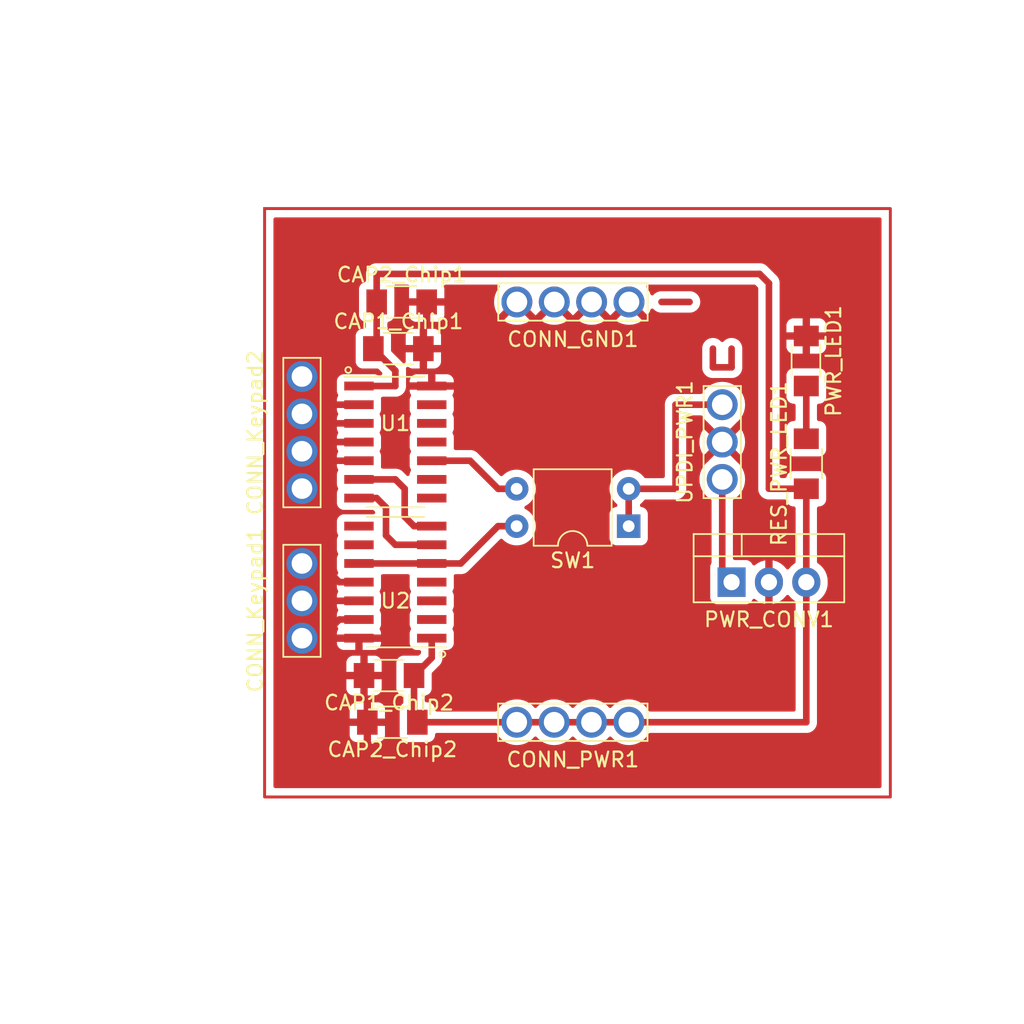
<source format=kicad_pcb>
(kicad_pcb (version 20221018) (generator pcbnew)
  (layers (0 "F.Cu" signal) (31 "B.Cu" signal) (34 "B.Paste" user) (35 "F.Paste" user) (36 "B.SilkS" user "B.Silkscreen") (37 "F.SilkS" user "F.Silkscreen") (38 "B.Mask" user) (39 "F.Mask" user) (44 "Edge.Cuts" user))
  (net 0 "")
  (net 1 "PWR_5V")
  (net 2 "PWR_GND")
  (net 3 "Net-(PWR_LED1-A)")
  (net 4 "UPDI")
  (net 5 "PWR_9V")
  (net 6 "Net-(CONN_Keypad1-Pin_2)")
  (net 7 "Net-(CONN_Keypad1-Pin_3)")
  (net 8 "Net-(CONN_Keypad1-Pin_1)")
  (net 9 "Net-(CONN_Keypad2-Pin_2)")
  (net 10 "Net-(U1-PB3{slash}RXD)")
  (net 11 "Net-(U1-PB2{slash}TXD)")
  (net 14 "UPDI_1")
  (net 21 "Net-(CONN_Keypad2-Pin_3)")
  (net 24 "UPDI_2")
  (net 25 "Net-(CONN_Keypad2-Pin_4)")
  (net 26 "Net-(CONN_Keypad2-Pin_1)")
  (footprint "fab:PinHeader_1x04_P2.54mm_Vertical_THT_D1.4mm" (layer "F.Cu") (at 170.825 59.9 90)
    (fp_text reference "CONN_GND1" (at -2.54 3.8 180) (layer "F.SilkS"))
    (fp_text value "Conn_PinHeader_1x04_P2.54mm_Vertical_THT_D1.4mm")
    (fp_line (start -1.27 -1.27) (end -1.27 8.89) (stroke (width 0.12)) (layer "F.SilkS"))
    (fp_line (start -1.27 -1.27) (end 1.27 -1.27) (stroke (width 0.12)) (layer "F.SilkS"))
    (fp_line (start -1.27 8.89) (end 1.27 8.89) (stroke (width 0.12)) (layer "F.SilkS"))
    (fp_line (start 1.27 -1.27) (end 1.27 8.89) (stroke (width 0.12)) (layer "F.SilkS"))
    (pad "1" thru_hole circle (at 0 0 90) (size 2.1 2.1) (drill 1.4) (layers "*.Cu" "*.Mask") (net 2 "PWR_GND"))
    (pad "2" thru_hole circle (at 0 2.54 90) (size 2.1 2.1) (drill 1.4) (layers "*.Cu" "*.Mask") (net 2 "PWR_GND"))
    (pad "3" thru_hole circle (at 0 5.08 90) (size 2.1 2.1) (drill 1.4) (layers "*.Cu" "*.Mask") (net 2 "PWR_GND"))
    (pad "4" thru_hole circle (at 0 7.62 90) (size 2.1 2.1) (drill 1.4) (layers "*.Cu" "*.Mask") (net 2 "PWR_GND"))
  )
  (footprint "Package_TO_SOT_THT:TO-220-3_Vertical" (layer "F.Cu") (at 185.42 78.95)
    (fp_text reference "PWR_CONV1" (at 2.54 2.54 180) (layer "F.SilkS"))
    (fp_text value "LM7805")
    (fp_line (start -2.58 -3.27) (end -2.58 1.371) (stroke (width 0.12)) (layer "F.SilkS"))
    (fp_line (start -2.58 -3.27) (end 7.66 -3.27) (stroke (width 0.12)) (layer "F.SilkS"))
    (fp_line (start -2.58 -1.76) (end 7.66 -1.76) (stroke (width 0.12)) (layer "F.SilkS"))
    (fp_line (start -2.58 1.371) (end 7.66 1.371) (stroke (width 0.12)) (layer "F.SilkS"))
    (fp_line (start 0.69 -3.27) (end 0.69 -1.76) (stroke (width 0.12)) (layer "F.SilkS"))
    (fp_line (start 4.391 -3.27) (end 4.391 -1.76) (stroke (width 0.12)) (layer "F.SilkS"))
    (fp_line (start 7.66 -3.27) (end 7.66 1.371) (stroke (width 0.12)) (layer "F.SilkS"))
    (pad "1" thru_hole rect (at 0 0) (size 1.905 2) (drill 1.1) (layers "*.Cu" "*.Mask") (net 5 "PWR_9V"))
    (pad "2" thru_hole oval (at 2.54 0) (size 1.905 2) (drill 1.1) (layers "*.Cu" "*.Mask") (net 2 "PWR_GND"))
    (pad "3" thru_hole oval (at 5.08 0) (size 1.905 2) (drill 1.1) (layers "*.Cu" "*.Mask") (net 1 "PWR_5V"))
  )
  (footprint "fab:R_1206" (layer "F.Cu") (at 190.5 70.9 90)
    (fp_text reference "RES_PWR_LED1" (at 0 -1.85 90) (layer "F.SilkS"))
    (fp_text value "499 Ohm")
    (fp_line (start -1 -1.07) (end 1 -1.07) (stroke (width 0.12)) (layer "F.SilkS"))
    (fp_line (start 1 1.07) (end -1 1.07) (stroke (width 0.12)) (layer "F.SilkS"))
    (pad "1" smd rect (at -1.7 0 90) (size 1.4 1.7) (layers "F.Cu" "F.Paste" "F.Mask") (net 1 "PWR_5V"))
    (pad "2" smd rect (at 1.7 0 90) (size 1.4 1.7) (layers "F.Cu" "F.Paste" "F.Mask") (net 3 "Net-(PWR_LED1-A)"))
  )
  (footprint "fab:LED_1206" (layer "F.Cu") (at 190.5 63.915 -90)
    (fp_text reference "PWR_LED1" (at 0 -1.85 90) (layer "F.SilkS"))
    (fp_text value "CLR_Green")
    (fp_line (start -1.1 -0.95) (end 1.1 -0.95) (stroke (width 0.12)) (layer "F.SilkS"))
    (fp_line (start -1.1 1) (end 1.1 1) (stroke (width 0.12)) (layer "F.SilkS"))
    (pad "1" smd rect (at -1.7 0 270) (size 1.4 1.7) (layers "F.Cu" "F.Paste" "F.Mask") (net 2 "PWR_GND"))
    (pad "2" smd rect (at 1.7 0 270) (size 1.4 1.7) (layers "F.Cu" "F.Paste" "F.Mask") (net 3 "Net-(PWR_LED1-A)"))
  )
  (footprint "fab:C_1206" (layer "F.Cu") (at 162.355 88.475 180)
    (fp_text reference "CAP2_Chip2" (at 0 -1.85) (layer "F.SilkS"))
    (fp_text value "1 nF")
    (fp_line (start -1 -1.07) (end 1 -1.07) (stroke (width 0.12)) (layer "F.SilkS"))
    (fp_line (start 1 1.07) (end -1 1.07) (stroke (width 0.12)) (layer "F.SilkS"))
    (pad "1" smd rect (at -1.7 0 180) (size 1.4 1.7) (layers "F.Cu" "F.Paste" "F.Mask") (net 1 "PWR_5V"))
    (pad "2" smd rect (at 1.7 0 180) (size 1.4 1.7) (layers "F.Cu" "F.Paste" "F.Mask") (net 2 "PWR_GND"))
  )
  (footprint "fab:PinHeader_1x03_P2.54mm_Vertical_THT_D1.4mm" (layer "F.Cu") (at 156.21 82.76 180)
    (fp_text reference "CONN_Keypad1" (at 3.175 1.905 270) (layer "F.SilkS"))
    (fp_text value "Conn_PinHeader_1x03_P2.54mm_Vertical_THT_D1.4mm")
    (fp_line (start -1.27 -1.27) (end -1.27 6.35) (stroke (width 0.12)) (layer "F.SilkS"))
    (fp_line (start -1.27 -1.27) (end 1.27 -1.27) (stroke (width 0.12)) (layer "F.SilkS"))
    (fp_line (start -1.27 6.35) (end 1.27 6.35) (stroke (width 0.12)) (layer "F.SilkS"))
    (fp_line (start 1.27 -1.27) (end 1.27 6.35) (stroke (width 0.12)) (layer "F.SilkS"))
    (pad "1" thru_hole circle (at 0 0 180) (size 2.1 2.1) (drill 1.4) (layers "*.Cu" "*.Mask") (net 8 "Net-(CONN_Keypad1-Pin_1)"))
    (pad "2" thru_hole circle (at 0 2.54 180) (size 2.1 2.1) (drill 1.4) (layers "*.Cu" "*.Mask") (net 6 "Net-(CONN_Keypad1-Pin_2)"))
    (pad "3" thru_hole circle (at 0 5.08 180) (size 2.1 2.1) (drill 1.4) (layers "*.Cu" "*.Mask") (net 7 "Net-(CONN_Keypad1-Pin_3)"))
  )
  (footprint "fab:PinHeader_1x04_P2.54mm_Vertical_THT_D1.4mm" (layer "F.Cu") (at 156.21 72.59 180)
    (fp_text reference "CONN_Keypad2" (at 3.175 3.8 90) (layer "F.SilkS"))
    (fp_text value "Conn_PinHeader_1x04_P2.54mm_Vertical_THT_D1.4mm")
    (fp_line (start -1.27 -1.27) (end -1.27 8.89) (stroke (width 0.12)) (layer "F.SilkS"))
    (fp_line (start -1.27 -1.27) (end 1.27 -1.27) (stroke (width 0.12)) (layer "F.SilkS"))
    (fp_line (start -1.27 8.89) (end 1.27 8.89) (stroke (width 0.12)) (layer "F.SilkS"))
    (fp_line (start 1.27 -1.27) (end 1.27 8.89) (stroke (width 0.12)) (layer "F.SilkS"))
    (pad "1" thru_hole circle (at 0 0 180) (size 2.1 2.1) (drill 1.4) (layers "*.Cu" "*.Mask") (net 26 "Net-(CONN_Keypad2-Pin_1)"))
    (pad "2" thru_hole circle (at 0 2.54 180) (size 2.1 2.1) (drill 1.4) (layers "*.Cu" "*.Mask") (net 9 "Net-(CONN_Keypad2-Pin_2)"))
    (pad "3" thru_hole circle (at 0 5.08 180) (size 2.1 2.1) (drill 1.4) (layers "*.Cu" "*.Mask") (net 21 "Net-(CONN_Keypad2-Pin_3)"))
    (pad "4" thru_hole circle (at 0 7.62 180) (size 2.1 2.1) (drill 1.4) (layers "*.Cu" "*.Mask") (net 25 "Net-(CONN_Keypad2-Pin_4)"))
  )
  (footprint "fab:C_1206" (layer "F.Cu") (at 162.99 59.9)
    (fp_text reference "CAP2_Chip1" (at 0 -1.85) (layer "F.SilkS"))
    (fp_text value "1 nF")
    (fp_line (start -1 -1.07) (end 1 -1.07) (stroke (width 0.12)) (layer "F.SilkS"))
    (fp_line (start 1 1.07) (end -1 1.07) (stroke (width 0.12)) (layer "F.SilkS"))
    (pad "1" smd rect (at -1.7 0) (size 1.4 1.7) (layers "F.Cu" "F.Paste" "F.Mask") (net 1 "PWR_5V"))
    (pad "2" smd rect (at 1.7 0) (size 1.4 1.7) (layers "F.Cu" "F.Paste" "F.Mask") (net 2 "PWR_GND"))
  )
  (footprint "fab:PinHeader_1x04_P2.54mm_Vertical_THT_D1.4mm" (layer "F.Cu") (at 170.815 88.475 90)
    (fp_text reference "CONN_PWR1" (at -2.54 3.81 180) (layer "F.SilkS"))
    (fp_text value "Conn_PinHeader_1x04_P2.54mm_Vertical_THT_D1.4mm")
    (fp_line (start -1.27 -1.27) (end -1.27 8.89) (stroke (width 0.12)) (layer "F.SilkS"))
    (fp_line (start -1.27 -1.27) (end 1.27 -1.27) (stroke (width 0.12)) (layer "F.SilkS"))
    (fp_line (start -1.27 8.89) (end 1.27 8.89) (stroke (width 0.12)) (layer "F.SilkS"))
    (fp_line (start 1.27 -1.27) (end 1.27 8.89) (stroke (width 0.12)) (layer "F.SilkS"))
    (pad "1" thru_hole circle (at 0 0 90) (size 2.1 2.1) (drill 1.4) (layers "*.Cu" "*.Mask") (net 1 "PWR_5V"))
    (pad "2" thru_hole circle (at 0 2.54 90) (size 2.1 2.1) (drill 1.4) (layers "*.Cu" "*.Mask") (net 1 "PWR_5V"))
    (pad "3" thru_hole circle (at 0 5.08 90) (size 2.1 2.1) (drill 1.4) (layers "*.Cu" "*.Mask") (net 1 "PWR_5V"))
    (pad "4" thru_hole circle (at 0 7.62 90) (size 2.1 2.1) (drill 1.4) (layers "*.Cu" "*.Mask") (net 1 "PWR_5V"))
  )
  (footprint "Package_DIP:DIP-4_W7.62mm" (layer "F.Cu") (at 178.425 75.145 180)
    (fp_text reference "SW1" (at 3.81 -2.33) (layer "F.SilkS"))
    (fp_text value "SW_DIP_x02")
    (fp_line (start 1.16 -1.33) (end 1.16 3.87) (stroke (width 0.12)) (layer "F.SilkS"))
    (fp_line (start 1.16 3.87) (end 6.46 3.87) (stroke (width 0.12)) (layer "F.SilkS"))
    (fp_line (start 2.81 -1.33) (end 1.16 -1.33) (stroke (width 0.12)) (layer "F.SilkS"))
    (fp_line (start 6.46 -1.33) (end 4.81 -1.33) (stroke (width 0.12)) (layer "F.SilkS"))
    (fp_line (start 6.46 3.87) (end 6.46 -1.33) (stroke (width 0.12)) (layer "F.SilkS"))
    (fp_arc (start 4.81 -1.33) (mid 3.81 -0.33) (end 2.81 -1.33) (stroke (width 0.12)) (layer "F.SilkS"))
    (pad "1" thru_hole rect (at 0 0 180) (size 1.6 1.6) (drill 0.8) (layers "*.Cu" "*.Mask") (net 4 "UPDI"))
    (pad "2" thru_hole oval (at 0 2.54 180) (size 1.6 1.6) (drill 0.8) (layers "*.Cu" "*.Mask") (net 4 "UPDI"))
    (pad "3" thru_hole oval (at 7.62 2.54 180) (size 1.6 1.6) (drill 0.8) (layers "*.Cu" "*.Mask") (net 14 "UPDI_1"))
    (pad "4" thru_hole oval (at 7.62 0 180) (size 1.6 1.6) (drill 0.8) (layers "*.Cu" "*.Mask") (net 24 "UPDI_2"))
  )
  (footprint "fab:PinHeader_1x03_P2.54mm_Vertical_THT_D1.4mm" (layer "F.Cu") (at 184.785 66.885)
    (fp_text reference "UPDI_PWR1" (at -2.54 2.54 90) (layer "F.SilkS"))
    (fp_text value "Conn_PinHeader_1x03_P2.54mm_Vertical_THT_D1.4mm")
    (fp_line (start -1.27 -1.27) (end -1.27 6.35) (stroke (width 0.12)) (layer "F.SilkS"))
    (fp_line (start -1.27 -1.27) (end 1.27 -1.27) (stroke (width 0.12)) (layer "F.SilkS"))
    (fp_line (start -1.27 6.35) (end 1.27 6.35) (stroke (width 0.12)) (layer "F.SilkS"))
    (fp_line (start 1.27 -1.27) (end 1.27 6.35) (stroke (width 0.12)) (layer "F.SilkS"))
    (pad "1" thru_hole circle (at 0 0) (size 2.1 2.1) (drill 1.4) (layers "*.Cu" "*.Mask") (net 4 "UPDI"))
    (pad "2" thru_hole circle (at 0 2.54) (size 2.1 2.1) (drill 1.4) (layers "*.Cu" "*.Mask") (net 2 "PWR_GND"))
    (pad "3" thru_hole circle (at 0 5.08) (size 2.1 2.1) (drill 1.4) (layers "*.Cu" "*.Mask") (net 5 "PWR_9V"))
  )
  (footprint "fab:C_1206" (layer "F.Cu") (at 162.13 85.3 180)
    (fp_text reference "CAP1_Chip2" (at 0 -1.85) (layer "F.SilkS"))
    (fp_text value "10 µF")
    (fp_line (start -1 -1.07) (end 1 -1.07) (stroke (width 0.12)) (layer "F.SilkS"))
    (fp_line (start 1 1.07) (end -1 1.07) (stroke (width 0.12)) (layer "F.SilkS"))
    (pad "1" smd rect (at -1.7 0 180) (size 1.4 1.7) (layers "F.Cu" "F.Paste" "F.Mask") (net 1 "PWR_5V"))
    (pad "2" smd rect (at 1.7 0 180) (size 1.4 1.7) (layers "F.Cu" "F.Paste" "F.Mask") (net 2 "PWR_GND"))
  )
  (footprint "fab:C_1206" (layer "F.Cu") (at 162.765 63.075)
    (fp_text reference "CAP1_Chip1" (at 0 -1.85) (layer "F.SilkS"))
    (fp_text value "10 µF")
    (fp_line (start -1 -1.07) (end 1 -1.07) (stroke (width 0.12)) (layer "F.SilkS"))
    (fp_line (start 1 1.07) (end -1 1.07) (stroke (width 0.12)) (layer "F.SilkS"))
    (pad "1" smd rect (at -1.7 0) (size 1.4 1.7) (layers "F.Cu" "F.Paste" "F.Mask") (net 1 "PWR_5V"))
    (pad "2" smd rect (at 1.7 0) (size 1.4 1.7) (layers "F.Cu" "F.Paste" "F.Mask") (net 2 "PWR_GND"))
  )
  (footprint "fab:SOIC-14_3.9x8.7mm_P1.27mm" (layer "F.Cu") (at 162.56 78.95 180)
    (fp_text reference "U2" (at 0 -1.27) (layer "F.SilkS"))
    (fp_text value "ATTiny1614_2")
    (fp_line (start 0 -4.435) (end -3.45 -4.435) (stroke (width 0.12)) (layer "F.SilkS"))
    (fp_line (start 0 -4.435) (end 1.95 -4.435) (stroke (width 0.12)) (layer "F.SilkS"))
    (fp_line (start 0 4.435) (end -1.95 4.435) (stroke (width 0.12)) (layer "F.SilkS"))
    (fp_line (start 0 4.435) (end 1.95 4.435) (stroke (width 0.12)) (layer "F.SilkS"))
    (fp_circle (center -3.2 -4.9) (end -3.2 -4.7) (stroke (width 0.12)) (fill none) (layer "F.SilkS"))
    (pad "1" smd rect (at -2.475 -3.81 180) (size 2 0.6) (layers "F.Cu" "F.Paste" "F.Mask") (net 1 "PWR_5V"))
    (pad "2" smd rect (at -2.475 -2.54 180) (size 2 0.6) (layers "F.Cu" "F.Paste" "F.Mask"))
    (pad "3" smd rect (at -2.475 -1.27 180) (size 2 0.6) (layers "F.Cu" "F.Paste" "F.Mask"))
    (pad "4" smd rect (at -2.475 0 180) (size 2 0.6) (layers "F.Cu" "F.Paste" "F.Mask"))
    (pad "5" smd rect (at -2.475 1.27 180) (size 2 0.6) (layers "F.Cu" "F.Paste" "F.Mask") (net 24 "UPDI_2"))
    (pad "6" smd rect (at -2.475 2.54 180) (size 2 0.6) (layers "F.Cu" "F.Paste" "F.Mask") (net 11 "Net-(U1-PB2{slash}TXD)"))
    (pad "7" smd rect (at -2.475 3.81 180) (size 2 0.6) (layers "F.Cu" "F.Paste" "F.Mask") (net 10 "Net-(U1-PB3{slash}RXD)"))
    (pad "8" smd rect (at 2.475 3.81 180) (size 2 0.6) (layers "F.Cu" "F.Paste" "F.Mask"))
    (pad "9" smd rect (at 2.475 2.54 180) (size 2 0.6) (layers "F.Cu" "F.Paste" "F.Mask"))
    (pad "10" smd rect (at 2.475 1.27 180) (size 2 0.6) (layers "F.Cu" "F.Paste" "F.Mask") (net 24 "UPDI_2"))
    (pad "11" smd rect (at 2.475 0 180) (size 2 0.6) (layers "F.Cu" "F.Paste" "F.Mask") (net 7 "Net-(CONN_Keypad1-Pin_3)"))
    (pad "12" smd rect (at 2.475 -1.27 180) (size 2 0.6) (layers "F.Cu" "F.Paste" "F.Mask") (net 6 "Net-(CONN_Keypad1-Pin_2)"))
    (pad "13" smd rect (at 2.475 -2.54 180) (size 2 0.6) (layers "F.Cu" "F.Paste" "F.Mask") (net 8 "Net-(CONN_Keypad1-Pin_1)"))
    (pad "14" smd rect (at 2.475 -3.81 180) (size 2 0.6) (layers "F.Cu" "F.Paste" "F.Mask") (net 2 "PWR_GND"))
  )
  (footprint "fab:SOIC-14_3.9x8.7mm_P1.27mm" (layer "F.Cu") (at 162.56 69.425)
    (fp_text reference "U1" (at 0 -1.27) (layer "F.SilkS"))
    (fp_text value "ATTiny1614_1")
    (fp_line (start 0 -4.435) (end -3.45 -4.435) (stroke (width 0.12)) (layer "F.SilkS"))
    (fp_line (start 0 -4.435) (end 1.95 -4.435) (stroke (width 0.12)) (layer "F.SilkS"))
    (fp_line (start 0 4.435) (end -1.95 4.435) (stroke (width 0.12)) (layer "F.SilkS"))
    (fp_line (start 0 4.435) (end 1.95 4.435) (stroke (width 0.12)) (layer "F.SilkS"))
    (fp_circle (center -3.2 -4.9) (end -3.2 -4.7) (stroke (width 0.12)) (fill none) (layer "F.SilkS"))
    (pad "1" smd rect (at -2.475 -3.81) (size 2 0.6) (layers "F.Cu" "F.Paste" "F.Mask") (net 1 "PWR_5V"))
    (pad "2" smd rect (at -2.475 -2.54) (size 2 0.6) (layers "F.Cu" "F.Paste" "F.Mask") (net 25 "Net-(CONN_Keypad2-Pin_4)"))
    (pad "3" smd rect (at -2.475 -1.27) (size 2 0.6) (layers "F.Cu" "F.Paste" "F.Mask") (net 21 "Net-(CONN_Keypad2-Pin_3)"))
    (pad "4" smd rect (at -2.475 0) (size 2 0.6) (layers "F.Cu" "F.Paste" "F.Mask") (net 9 "Net-(CONN_Keypad2-Pin_2)"))
    (pad "5" smd rect (at -2.475 1.27) (size 2 0.6) (layers "F.Cu" "F.Paste" "F.Mask") (net 26 "Net-(CONN_Keypad2-Pin_1)"))
    (pad "6" smd rect (at -2.475 2.54) (size 2 0.6) (layers "F.Cu" "F.Paste" "F.Mask") (net 10 "Net-(U1-PB3{slash}RXD)"))
    (pad "7" smd rect (at -2.475 3.81) (size 2 0.6) (layers "F.Cu" "F.Paste" "F.Mask") (net 11 "Net-(U1-PB2{slash}TXD)"))
    (pad "8" smd rect (at 2.475 3.81) (size 2 0.6) (layers "F.Cu" "F.Paste" "F.Mask"))
    (pad "9" smd rect (at 2.475 2.54) (size 2 0.6) (layers "F.Cu" "F.Paste" "F.Mask"))
    (pad "10" smd rect (at 2.475 1.27) (size 2 0.6) (layers "F.Cu" "F.Paste" "F.Mask") (net 14 "UPDI_1"))
    (pad "11" smd rect (at 2.475 0) (size 2 0.6) (layers "F.Cu" "F.Paste" "F.Mask"))
    (pad "12" smd rect (at 2.475 -1.27) (size 2 0.6) (layers "F.Cu" "F.Paste" "F.Mask"))
    (pad "13" smd rect (at 2.475 -2.54) (size 2 0.6) (layers "F.Cu" "F.Paste" "F.Mask"))
    (pad "14" smd rect (at 2.475 -3.81) (size 2 0.6) (layers "F.Cu" "F.Paste" "F.Mask") (net 2 "PWR_GND"))
  )
  (gr_rect (start 153.67 53.55) (end 196.215 93.555) (stroke (width 0.2)) (fill none) (layer "F.Cu"))
  (segment (start 184.15 63.075) (end 184.15 64.345) (width 0.45) (layer "F.Cu") (net 0))
  (segment (start 185.42 64.345) (end 185.42 63.075) (width 0.45) (layer "F.Cu") (net 0))
  (segment (start 184.15 64.345) (end 185.42 64.345) (width 0.45) (layer "F.Cu") (net 0))
  (segment (start 180.6575 59.9) (end 182.5625 59.9) (width 0.45) (layer "F.Cu") (net 0))
  (segment (start 161.29 59.9) (end 161.29 62.85) (width 0.45) (layer "F.Cu") (net 1))
  (segment (start 161.29 57.995) (end 161.29 59.9) (width 0.45) (layer "F.Cu") (net 1))
  (segment (start 160.085 65.615) (end 162.56 65.615) (width 0.45) (layer "F.Cu") (net 1))
  (segment (start 165.035 84.095) (end 163.83 85.3) (width 0.45) (layer "F.Cu") (net 1))
  (segment (start 187.325 57.995) (end 161.29 57.995) (width 0.45) (layer "F.Cu") (net 1))
  (segment (start 190.5 72.6) (end 187.96 72.6) (width 0.45) (layer "F.Cu") (net 1))
  (segment (start 162.56 65.615) (end 162.56 64.57) (width 0.45) (layer "F.Cu") (net 1))
  (segment (start 187.96 58.63) (end 187.325 57.995) (width 0.45) (layer "F.Cu") (net 1))
  (segment (start 163.83 88.25) (end 164.055 88.475) (width 0.45) (layer "F.Cu") (net 1))
  (segment (start 190.5 78.95) (end 190.5 88.475) (width 0.45) (layer "F.Cu") (net 1))
  (segment (start 162.56 64.57) (end 161.065 63.075) (width 0.45) (layer "F.Cu") (net 1))
  (segment (start 161.29 62.85) (end 161.065 63.075) (width 0.45) (layer "F.Cu") (net 1))
  (segment (start 187.96 72.6) (end 187.96 58.63) (width 0.45) (layer "F.Cu") (net 1))
  (segment (start 190.5 88.475) (end 178.435 88.475) (width 0.45) (layer "F.Cu") (net 1))
  (segment (start 178.435 88.475) (end 164.055 88.475) (width 0.45) (layer "F.Cu") (net 1))
  (segment (start 163.83 85.3) (end 163.83 88.25) (width 0.45) (layer "F.Cu") (net 1))
  (segment (start 165.035 82.76) (end 165.035 84.095) (width 0.45) (layer "F.Cu") (net 1))
  (segment (start 190.5 78.95) (end 190.5 72.6) (width 0.45) (layer "F.Cu") (net 1))
  (segment (start 180.34 86.57) (end 181.61 86.57) (width 0.45) (layer "F.Cu") (net 2))
  (segment (start 180.975 87.205) (end 180.975 85.935) (width 0.45) (layer "F.Cu") (net 2))
  (segment (start 190.5 69.2) (end 190.5 65.615) (width 0.45) (layer "F.Cu") (net 3))
  (segment (start 178.425 72.605) (end 181.605 72.605) (width 0.45) (layer "F.Cu") (net 4))
  (segment (start 178.425 72.605) (end 178.425 75.145) (width 0.45) (layer "F.Cu") (net 4))
  (segment (start 181.61 66.885) (end 184.785 66.885) (width 0.45) (layer "F.Cu") (net 4))
  (segment (start 181.61 72.6) (end 181.61 66.885) (width 0.45) (layer "F.Cu") (net 4))
  (segment (start 181.605 72.605) (end 181.61 72.6) (width 0.45) (layer "F.Cu") (net 4))
  (segment (start 184.785 71.965) (end 184.785 78.315) (width 0.45) (layer "F.Cu") (net 5))
  (segment (start 184.785 78.315) (end 185.42 78.95) (width 0.45) (layer "F.Cu") (net 5))
  (segment (start 156.21 80.22) (end 160.085 80.22) (width 0.45) (layer "F.Cu") (net 6))
  (segment (start 157.48 77.68) (end 158.75 78.95) (width 0.45) (layer "F.Cu") (net 7))
  (segment (start 158.75 78.95) (end 160.085 78.95) (width 0.45) (layer "F.Cu") (net 7))
  (segment (start 156.21 77.68) (end 157.48 77.68) (width 0.45) (layer "F.Cu") (net 7))
  (segment (start 157.48 82.76) (end 158.75 81.49) (width 0.45) (layer "F.Cu") (net 8))
  (segment (start 158.75 81.49) (end 160.085 81.49) (width 0.45) (layer "F.Cu") (net 8))
  (segment (start 156.21 82.76) (end 157.48 82.76) (width 0.45) (layer "F.Cu") (net 8))
  (segment (start 160.085 69.425) (end 156.835 69.425) (width 0.45) (layer "F.Cu") (net 9))
  (segment (start 156.835 69.425) (end 156.21 70.05) (width 0.45) (layer "F.Cu") (net 9))
  (segment (start 163.83 75.14) (end 165.035 75.14) (width 0.45) (layer "F.Cu") (net 10))
  (segment (start 160.085 71.965) (end 162.56 71.965) (width 0.45) (layer "F.Cu") (net 10))
  (segment (start 163.195 72.6) (end 162.56 71.965) (width 0.45) (layer "F.Cu") (net 10))
  (segment (start 163.195 72.6) (end 163.195 74.505) (width 0.45) (layer "F.Cu") (net 10))
  (segment (start 163.83 75.14) (end 163.195 74.505) (width 0.45) (layer "F.Cu") (net 10))
  (segment (start 161.925 73.87) (end 161.925 75.775) (width 0.45) (layer "F.Cu") (net 11))
  (segment (start 160.085 73.235) (end 161.29 73.235) (width 0.45) (layer "F.Cu") (net 11))
  (segment (start 161.925 75.775) (end 162.56 76.41) (width 0.45) (layer "F.Cu") (net 11))
  (segment (start 162.56 76.41) (end 165.035 76.41) (width 0.45) (layer "F.Cu") (net 11))
  (segment (start 161.29 73.235) (end 161.925 73.87) (width 0.45) (layer "F.Cu") (net 11))
  (segment (start 169.55 72.605) (end 167.64 70.695) (width 0.45) (layer "F.Cu") (net 14))
  (segment (start 167.64 70.695) (end 165.035 70.695) (width 0.45) (layer "F.Cu") (net 14))
  (segment (start 170.805 72.605) (end 169.55 72.605) (width 0.45) (layer "F.Cu") (net 14))
  (segment (start 160.085 68.155) (end 156.855 68.155) (width 0.45) (layer "F.Cu") (net 21))
  (segment (start 156.855 68.155) (end 156.21 67.51) (width 0.45) (layer "F.Cu") (net 21))
  (segment (start 160.085 77.68) (end 165.035 77.68) (width 0.45) (layer "F.Cu") (net 24))
  (segment (start 165.035 77.68) (end 167.005 77.68) (width 0.45) (layer "F.Cu") (net 24))
  (segment (start 169.54 75.145) (end 170.805 75.145) (width 0.45) (layer "F.Cu") (net 24))
  (segment (start 167.005 77.68) (end 169.54 75.145) (width 0.45) (layer "F.Cu") (net 24))
  (segment (start 160.085 66.885) (end 158.125 66.885) (width 0.45) (layer "F.Cu") (net 25))
  (segment (start 158.125 66.885) (end 156.21 64.97) (width 0.45) (layer "F.Cu") (net 25))
  (segment (start 158.105 70.695) (end 156.21 72.59) (width 0.45) (layer "F.Cu") (net 26))
  (segment (start 160.085 70.695) (end 158.105 70.695) (width 0.45) (layer "F.Cu") (net 26))
  (zone (net 2) (net_name "PWR_GND") (layer "F.Cu") (name "gnd") (connect_pads (clearance 0.5)) (min_thickness 0.25) (fill yes (thermal_gap 0.5) (thermal_bridge_width 0.5))
    (polygon (pts (xy 196.215 53.55) (xy 153.67 53.55) (xy 153.67 93.555) (xy 196.215 93.555)))
  )
)
</source>
